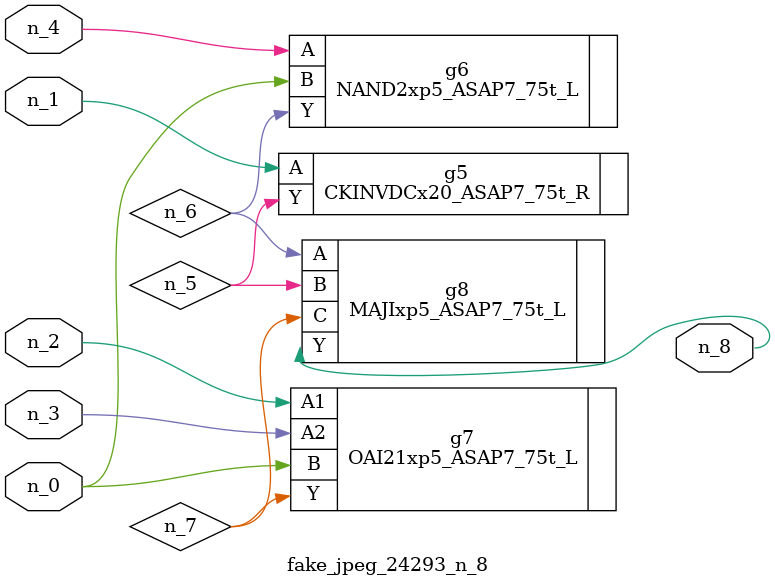
<source format=v>
module fake_jpeg_24293_n_8 (n_3, n_2, n_1, n_0, n_4, n_8);

input n_3;
input n_2;
input n_1;
input n_0;
input n_4;

output n_8;

wire n_6;
wire n_5;
wire n_7;

CKINVDCx20_ASAP7_75t_R g5 ( 
.A(n_1),
.Y(n_5)
);

NAND2xp5_ASAP7_75t_L g6 ( 
.A(n_4),
.B(n_0),
.Y(n_6)
);

OAI21xp5_ASAP7_75t_L g7 ( 
.A1(n_2),
.A2(n_3),
.B(n_0),
.Y(n_7)
);

MAJIxp5_ASAP7_75t_L g8 ( 
.A(n_6),
.B(n_5),
.C(n_7),
.Y(n_8)
);


endmodule
</source>
